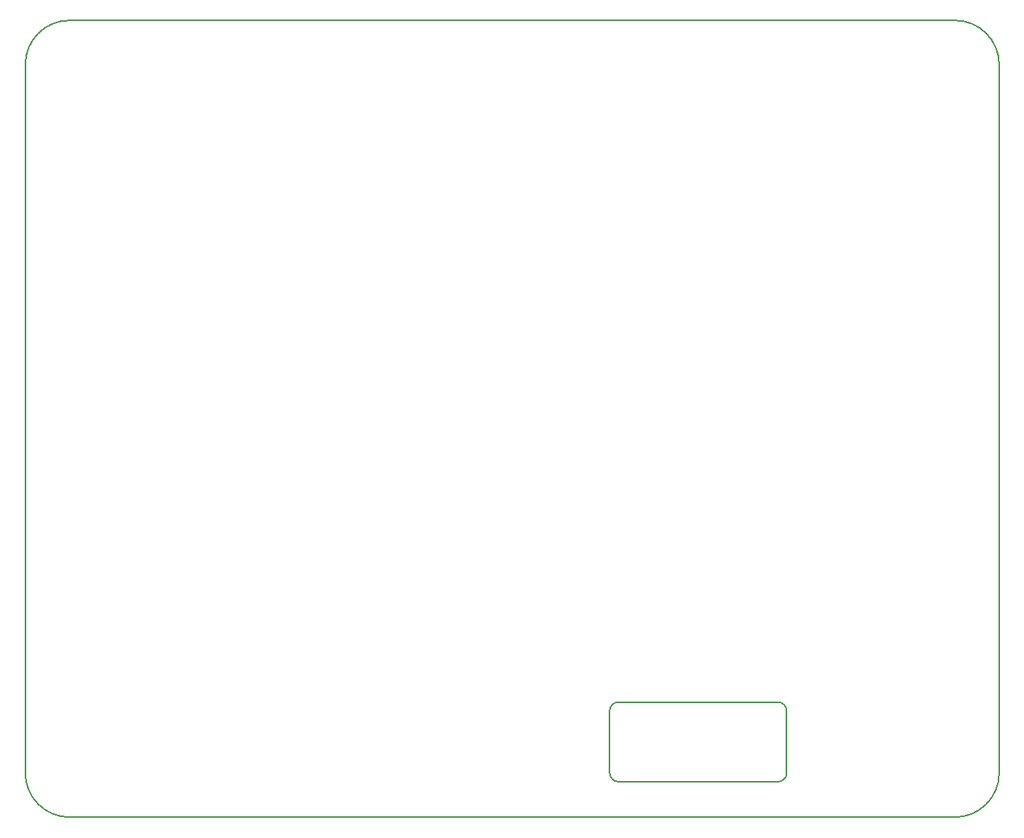
<source format=gbr>
%TF.GenerationSoftware,KiCad,Pcbnew,8.0.2*%
%TF.CreationDate,2024-11-12T22:45:40-05:00*%
%TF.ProjectId,Ecardz-Proto,45636172-647a-42d5-9072-6f746f2e6b69,rev?*%
%TF.SameCoordinates,Original*%
%TF.FileFunction,Profile,NP*%
%FSLAX46Y46*%
G04 Gerber Fmt 4.6, Leading zero omitted, Abs format (unit mm)*
G04 Created by KiCad (PCBNEW 8.0.2) date 2024-11-12 22:45:40*
%MOMM*%
%LPD*%
G01*
G04 APERTURE LIST*
%TA.AperFunction,Profile*%
%ADD10C,0.200000*%
%TD*%
G04 APERTURE END LIST*
D10*
X50000000Y-45000000D02*
X150000000Y-45000000D01*
X131000000Y-130000000D02*
G75*
G02*
X130000000Y-131000000I-1000000J0D01*
G01*
X130000000Y-131000000D02*
X112000000Y-131000000D01*
X50000000Y-135000000D02*
X150000000Y-135000000D01*
X155000000Y-130000000D02*
X155000000Y-50000000D01*
X45000000Y-50000000D02*
G75*
G02*
X50000000Y-45000000I5000000J0D01*
G01*
X155000000Y-130000000D02*
G75*
G02*
X150000000Y-135000000I-5000000J0D01*
G01*
X150000000Y-45000000D02*
G75*
G02*
X155000000Y-50000000I0J-5000000D01*
G01*
X50000000Y-135000000D02*
G75*
G02*
X45000000Y-130000000I0J5000000D01*
G01*
X111000000Y-123000000D02*
G75*
G02*
X112000000Y-122000000I1000000J0D01*
G01*
X130000000Y-122000000D02*
G75*
G02*
X131000000Y-123000000I0J-1000000D01*
G01*
X130000000Y-122000000D02*
X112000000Y-122000000D01*
X111000000Y-130000000D02*
X111000000Y-123000000D01*
X45000000Y-130000000D02*
X45000000Y-50000000D01*
X112000000Y-131000000D02*
G75*
G02*
X111000000Y-130000000I0J1000000D01*
G01*
X131000000Y-130000000D02*
X131000000Y-123000000D01*
M02*

</source>
